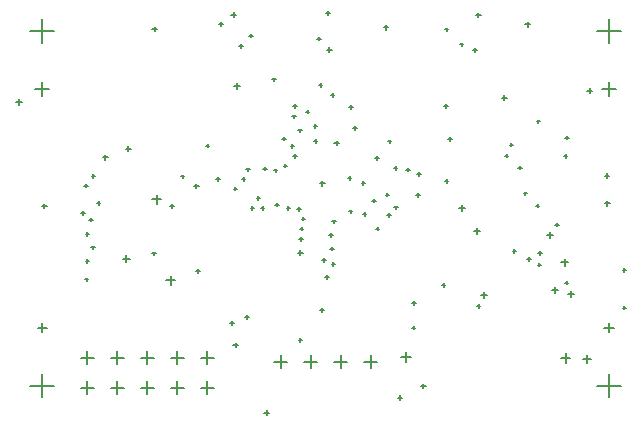
<source format=gbr>
G04*
G04 #@! TF.GenerationSoftware,Altium Limited,Altium Designer,24.0.1 (36)*
G04*
G04 Layer_Color=128*
%FSLAX25Y25*%
%MOIN*%
G70*
G04*
G04 #@! TF.SameCoordinates,BD3E70BB-0697-4B71-9AF7-6C14A59E7EE9*
G04*
G04*
G04 #@! TF.FilePolarity,Positive*
G04*
G01*
G75*
%ADD120C,0.00500*%
D120*
X200787Y15748D02*
X208661D01*
X204724Y11811D02*
Y19685D01*
X200787Y133858D02*
X208661D01*
X204724Y129921D02*
Y137795D01*
X11811Y133858D02*
X19685D01*
X15748Y129921D02*
Y137795D01*
X11811Y15748D02*
X19685D01*
X15748Y11811D02*
Y19685D01*
X28535Y15000D02*
X32865D01*
X30700Y12835D02*
Y17165D01*
X28535Y25000D02*
X32865D01*
X30700Y22835D02*
Y27165D01*
X38535Y15000D02*
X42865D01*
X40700Y12835D02*
Y17165D01*
X38535Y25000D02*
X42865D01*
X40700Y22835D02*
Y27165D01*
X48535Y15000D02*
X52865D01*
X50700Y12835D02*
Y17165D01*
X48535Y25000D02*
X52865D01*
X50700Y22835D02*
Y27165D01*
X58535Y15000D02*
X62865D01*
X60700Y12835D02*
Y17165D01*
X58535Y25000D02*
X62865D01*
X60700Y22835D02*
Y27165D01*
X68535Y15000D02*
X72865D01*
X70700Y12835D02*
Y17165D01*
X68535Y25000D02*
X72865D01*
X70700Y22835D02*
Y27165D01*
X123071Y23622D02*
X127402D01*
X125236Y21457D02*
Y25787D01*
X113071Y23622D02*
X117402D01*
X115236Y21457D02*
Y25787D01*
X103071Y23622D02*
X107402D01*
X105236Y21457D02*
Y25787D01*
X93071Y23622D02*
X97402D01*
X95236Y21457D02*
Y25787D01*
X110600Y127700D02*
X112200D01*
X111400Y126900D02*
Y128500D01*
X107400Y131400D02*
X108600D01*
X108000Y130800D02*
Y132000D01*
X84622Y132378D02*
X85822D01*
X85222Y131778D02*
Y132978D01*
X73729Y84595D02*
X74929D01*
X74330Y83995D02*
Y85195D01*
X83622Y87822D02*
X84822D01*
X84222Y87222D02*
Y88422D01*
X70261Y95701D02*
X71461D01*
X70861Y95101D02*
Y96301D01*
X82219Y84677D02*
X83419D01*
X82819Y84077D02*
Y85277D01*
X172487Y60513D02*
X173687D01*
X173087Y59913D02*
Y61113D01*
X180262Y75739D02*
X181462D01*
X180861Y75138D02*
Y76338D01*
X186718Y69408D02*
X187918D01*
X187318Y68808D02*
Y70008D01*
X183983Y65917D02*
X185983D01*
X184983Y64916D02*
Y66917D01*
X181091Y59917D02*
X182291D01*
X181691Y59317D02*
Y60517D01*
X180868Y56088D02*
X182068D01*
X181468Y55488D02*
Y56688D01*
X177456Y57844D02*
X178656D01*
X178056Y57244D02*
Y58444D01*
X189900Y50077D02*
X191100D01*
X190500Y49477D02*
Y50677D01*
X138900Y35100D02*
X140100D01*
X139500Y34500D02*
Y35700D01*
X148900Y49300D02*
X150100D01*
X149500Y48700D02*
Y49900D01*
X171508Y96092D02*
X172708D01*
X172108Y95492D02*
Y96692D01*
X169900Y92400D02*
X171100D01*
X170500Y91800D02*
Y93000D01*
X160600Y42177D02*
X161800D01*
X161200Y41577D02*
Y42777D01*
X161916Y46100D02*
X163917D01*
X162917Y45100D02*
Y47100D01*
X174400Y88400D02*
X175600D01*
X175000Y87800D02*
Y89000D01*
X154700Y74772D02*
X156700D01*
X155700Y73772D02*
Y75772D01*
X196100Y24600D02*
X198500D01*
X197300Y23400D02*
Y25800D01*
X191104Y46195D02*
X193104D01*
X192104Y45195D02*
Y47195D01*
X185700Y47500D02*
X187700D01*
X186700Y46500D02*
Y48500D01*
X159505Y67200D02*
X161505D01*
X160505Y66200D02*
Y68200D01*
X203300Y76500D02*
X204900D01*
X204100Y75700D02*
Y77300D01*
X113100Y96615D02*
X114700D01*
X113900Y95815D02*
Y97415D01*
X106230Y97170D02*
X107430D01*
X106830Y96570D02*
Y97770D01*
X101592Y68055D02*
X102792D01*
X102192Y67455D02*
Y68655D01*
X102200Y71400D02*
X103400D01*
X102800Y70800D02*
Y72000D01*
X101446Y64554D02*
X102646D01*
X102046Y63954D02*
Y65154D01*
X100700Y74600D02*
X101900D01*
X101300Y74000D02*
Y75200D01*
X97200Y75000D02*
X98400D01*
X97800Y74400D02*
Y75600D01*
X88561Y74938D02*
X89762D01*
X89161Y74339D02*
Y75538D01*
X93400Y76100D02*
X94600D01*
X94000Y75500D02*
Y76700D01*
X100921Y60079D02*
X102521D01*
X101721Y59279D02*
Y60879D01*
X87200Y78189D02*
X88400D01*
X87800Y77588D02*
Y78789D01*
X85152Y74848D02*
X86352D01*
X85752Y74248D02*
Y75448D01*
X98487Y95513D02*
X99686D01*
X99086Y94914D02*
Y96114D01*
X99290Y92210D02*
X100490D01*
X99890Y91610D02*
Y92810D01*
X95800Y98100D02*
X97000D01*
X96400Y97500D02*
Y98700D01*
X96157Y89076D02*
X97357D01*
X96757Y88476D02*
Y89676D01*
X92900Y87500D02*
X94100D01*
X93500Y86900D02*
Y88100D01*
X89300D02*
X90500D01*
X89900Y87500D02*
Y88700D01*
X149900Y134500D02*
X151100D01*
X150500Y133900D02*
Y135100D01*
X139100Y43200D02*
X140300D01*
X139700Y42600D02*
Y43800D01*
X79728Y115615D02*
X81728D01*
X80728Y114615D02*
Y116615D01*
X7000Y110400D02*
X9000D01*
X8000Y109400D02*
Y111400D01*
X188668Y56877D02*
X191068D01*
X189868Y55677D02*
Y58077D01*
X78300Y36700D02*
X79500D01*
X78900Y36100D02*
Y37300D01*
X83300Y38600D02*
X84500D01*
X83900Y38000D02*
Y39200D01*
X52408Y59808D02*
X53608D01*
X53008Y59208D02*
Y60408D01*
X67100Y53900D02*
X68300D01*
X67700Y53300D02*
Y54500D01*
X130930Y97111D02*
X132130D01*
X131530Y96511D02*
Y97711D01*
X126800Y91600D02*
X128000D01*
X127400Y91000D02*
Y92200D01*
X133103Y75160D02*
X134303D01*
X133703Y74560D02*
Y75760D01*
X130815Y72645D02*
X132015D01*
X131415Y72045D02*
Y73245D01*
X103600Y107100D02*
X104800D01*
X104200Y106500D02*
Y107700D01*
X140314Y79300D02*
X141514D01*
X140914Y78700D02*
Y79900D01*
X117986Y108514D02*
X119186D01*
X118586Y107914D02*
Y109114D01*
X119372Y101685D02*
X120572D01*
X119972Y101085D02*
Y102285D01*
X151000Y98000D02*
X152200D01*
X151600Y97400D02*
Y98600D01*
X149747Y108997D02*
X150947D01*
X150347Y108397D02*
Y109597D01*
X137100Y87727D02*
X138300D01*
X137700Y87127D02*
Y88327D01*
X132927Y88173D02*
X134127D01*
X133527Y87573D02*
Y88773D01*
X140698Y86343D02*
X141898D01*
X141298Y85743D02*
Y86944D01*
X180500Y103800D02*
X181700D01*
X181100Y103200D02*
Y104400D01*
X209173Y54307D02*
X210373D01*
X209773Y53707D02*
Y54907D01*
X42600Y58000D02*
X45000D01*
X43800Y56800D02*
Y59200D01*
X57100Y50900D02*
X60100D01*
X58600Y49400D02*
Y52400D01*
X159300Y127600D02*
X160500D01*
X159900Y127000D02*
Y128200D01*
X92400Y117800D02*
X93600D01*
X93000Y117200D02*
Y118400D01*
X78800Y139400D02*
X80400D01*
X79600Y138600D02*
Y140200D01*
X176700Y136200D02*
X178300D01*
X177500Y135400D02*
Y137000D01*
X89700Y6700D02*
X91300D01*
X90500Y5900D02*
Y7500D01*
X134200Y11700D02*
X135800D01*
X135000Y10900D02*
Y12500D01*
X197400Y114100D02*
X199000D01*
X198200Y113300D02*
Y114900D01*
X168900Y111700D02*
X170500D01*
X169700Y110900D02*
Y112500D01*
X66300Y82300D02*
X67900D01*
X67100Y81500D02*
Y83100D01*
X43600Y94700D02*
X45200D01*
X44400Y93900D02*
Y95500D01*
X35900Y91800D02*
X37500D01*
X36700Y91000D02*
Y92600D01*
X58400Y75600D02*
X59600D01*
X59000Y75000D02*
Y76200D01*
X110357Y140000D02*
X111557D01*
X110957Y139400D02*
Y140600D01*
X160300Y139300D02*
X161900D01*
X161100Y138500D02*
Y140100D01*
X112164Y56200D02*
X113364D01*
X112764Y55600D02*
Y56800D01*
X109000Y57600D02*
X110200D01*
X109600Y57000D02*
Y58200D01*
X29914Y51108D02*
X31114D01*
X30514Y50508D02*
Y51708D01*
X99300Y108900D02*
X100500D01*
X99900Y108300D02*
Y109500D01*
X99138Y105438D02*
X100338D01*
X99739Y104839D02*
Y106038D01*
X149900Y84000D02*
X151100D01*
X150500Y83400D02*
Y84600D01*
X74800Y136300D02*
X76000D01*
X75400Y135700D02*
Y136900D01*
X111800Y61400D02*
X113000D01*
X112400Y60800D02*
Y62000D01*
X126900Y68100D02*
X128100D01*
X127500Y67500D02*
Y68700D01*
X122600Y73000D02*
X123800D01*
X123200Y72400D02*
Y73600D01*
X125800Y77400D02*
X127000D01*
X126400Y76800D02*
Y78000D01*
X130200Y79400D02*
X131400D01*
X130800Y78800D02*
Y80000D01*
X61921Y85500D02*
X63121D01*
X62521Y84900D02*
Y86100D01*
X52400Y77800D02*
X55400D01*
X53900Y76300D02*
Y79300D01*
X33900Y76700D02*
X35100D01*
X34500Y76100D02*
Y77300D01*
X32200Y85700D02*
X33400D01*
X32800Y85100D02*
Y86300D01*
X188600Y25000D02*
X191800D01*
X190200Y23400D02*
Y26600D01*
X81400Y128900D02*
X82600D01*
X82000Y128300D02*
Y129500D01*
X52400Y134600D02*
X54000D01*
X53200Y133800D02*
Y135400D01*
X129500Y135200D02*
X131100D01*
X130300Y134400D02*
Y136000D01*
X15600Y75600D02*
X17200D01*
X16400Y74800D02*
Y76400D01*
X203200Y85700D02*
X204800D01*
X204000Y84900D02*
Y86500D01*
X142000Y15600D02*
X143600D01*
X142800Y14800D02*
Y16400D01*
X79400Y29300D02*
X81000D01*
X80200Y28500D02*
Y30100D01*
X108242Y83200D02*
X109842D01*
X109042Y82400D02*
Y84000D01*
X101200Y30900D02*
X102400D01*
X101800Y30300D02*
Y31500D01*
X108300Y41000D02*
X109500D01*
X108900Y40400D02*
Y41600D01*
X110135Y51935D02*
X111335D01*
X110735Y51335D02*
Y52535D01*
X112400Y70500D02*
X113600D01*
X113000Y69900D02*
Y71100D01*
X111300Y65900D02*
X112500D01*
X111900Y65300D02*
Y66500D01*
X107900Y116000D02*
X109100D01*
X108500Y115400D02*
Y116600D01*
X111927Y112673D02*
X113127D01*
X112527Y112073D02*
Y113273D01*
X122200Y83200D02*
X123400D01*
X122800Y82600D02*
Y83800D01*
X117600Y85000D02*
X118800D01*
X118200Y84400D02*
Y85600D01*
X135294Y25290D02*
X138494D01*
X136894Y23690D02*
Y26890D01*
X176200Y79800D02*
X177400D01*
X176800Y79200D02*
Y80400D01*
X189600Y92200D02*
X190800D01*
X190200Y91600D02*
Y92800D01*
X190072Y98400D02*
X191272D01*
X190672Y97800D02*
Y99000D01*
X202362Y114567D02*
X207087D01*
X204724Y112205D02*
Y116929D01*
X203150Y35039D02*
X206299D01*
X204724Y33465D02*
Y36614D01*
X154900Y129500D02*
X156100D01*
X155500Y128900D02*
Y130100D01*
X101000Y100800D02*
X102200D01*
X101600Y100200D02*
Y101400D01*
X106200Y102300D02*
X107400D01*
X106800Y101700D02*
Y102900D01*
X79506Y81406D02*
X80706D01*
X80106Y80806D02*
Y82006D01*
X117900Y73800D02*
X119100D01*
X118500Y73200D02*
Y74400D01*
X209173Y41756D02*
X210373D01*
X209773Y41156D02*
Y42356D01*
X29700Y82400D02*
X30900D01*
X30300Y81800D02*
Y83000D01*
X32012Y61788D02*
X33211D01*
X32612Y61189D02*
Y62388D01*
X31401Y71099D02*
X32601D01*
X32001Y70499D02*
Y71699D01*
X30197Y57202D02*
X31397D01*
X30797Y56602D02*
Y57802D01*
X30197Y66218D02*
X31397D01*
X30797Y65618D02*
Y66818D01*
X28750Y73228D02*
X29950D01*
X29350Y72628D02*
Y73828D01*
X14173Y35039D02*
X17323D01*
X15748Y33465D02*
Y36614D01*
X13386Y114567D02*
X18110D01*
X15748Y112205D02*
Y116929D01*
M02*

</source>
